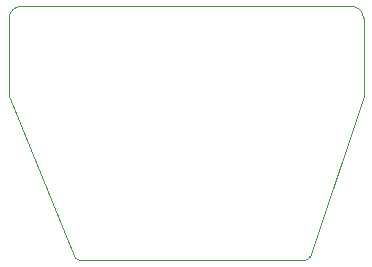
<source format=gbr>
G04 #@! TF.GenerationSoftware,KiCad,Pcbnew,(5.1.4)-1*
G04 #@! TF.CreationDate,2021-01-29T12:05:25-05:00*
G04 #@! TF.ProjectId,TKD_DBTypeC_r1,544b445f-4442-4547-9970-65435f72312e,rev?*
G04 #@! TF.SameCoordinates,Original*
G04 #@! TF.FileFunction,Profile,NP*
%FSLAX46Y46*%
G04 Gerber Fmt 4.6, Leading zero omitted, Abs format (unit mm)*
G04 Created by KiCad (PCBNEW (5.1.4)-1) date 2021-01-29 12:05:25*
%MOMM*%
%LPD*%
G04 APERTURE LIST*
%ADD10C,0.050000*%
G04 APERTURE END LIST*
D10*
X76464238Y-76185695D02*
G75*
G02X76000000Y-76500000I-464238J185695D01*
G01*
X57000000Y-76500000D02*
G75*
G02X56600000Y-76300000I0J500000D01*
G01*
X76000000Y-76500000D02*
X57000000Y-76500000D01*
X81000000Y-62600000D02*
X76464238Y-76185695D01*
X51000000Y-62600000D02*
X56600000Y-76300000D01*
X51000000Y-56000000D02*
G75*
G02X52000000Y-55000000I1000000J0D01*
G01*
X80000000Y-55000000D02*
G75*
G02X81000000Y-56000000I0J-1000000D01*
G01*
X51000000Y-62600000D02*
X51000000Y-56000000D01*
X81000000Y-56000000D02*
X81000000Y-62600000D01*
X52000000Y-55000000D02*
X80000000Y-55000000D01*
M02*

</source>
